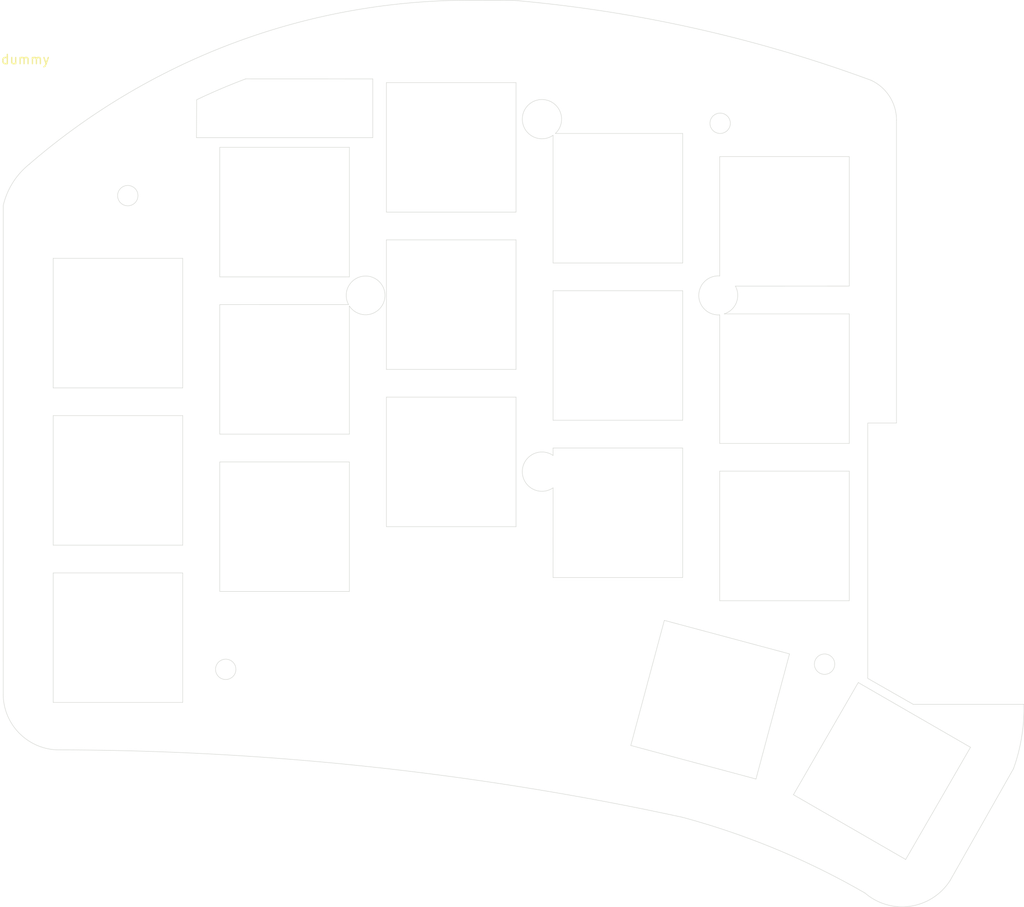
<source format=kicad_pcb>
(kicad_pcb (version 20171130) (host pcbnew 5.1.9)

  (general
    (thickness 1.6)
    (drawings 117)
    (tracks 0)
    (zones 0)
    (modules 1)
    (nets 1)
  )

  (page A4)
  (layers
    (0 F.Cu signal)
    (31 B.Cu signal)
    (32 B.Adhes user)
    (33 F.Adhes user)
    (34 B.Paste user)
    (35 F.Paste user)
    (36 B.SilkS user)
    (37 F.SilkS user)
    (38 B.Mask user)
    (39 F.Mask user)
    (40 Dwgs.User user)
    (41 Cmts.User user)
    (42 Eco1.User user)
    (43 Eco2.User user)
    (44 Edge.Cuts user)
    (45 Margin user)
    (46 B.CrtYd user)
    (47 F.CrtYd user)
    (48 B.Fab user)
    (49 F.Fab user)
  )

  (setup
    (last_trace_width 0.25)
    (trace_clearance 0.2)
    (zone_clearance 0.508)
    (zone_45_only no)
    (trace_min 0.2)
    (via_size 0.8)
    (via_drill 0.4)
    (via_min_size 0.4)
    (via_min_drill 0.3)
    (uvia_size 0.3)
    (uvia_drill 0.1)
    (uvias_allowed no)
    (uvia_min_size 0.2)
    (uvia_min_drill 0.1)
    (edge_width 0.05)
    (segment_width 0.2)
    (pcb_text_width 0.3)
    (pcb_text_size 1.5 1.5)
    (mod_edge_width 0.12)
    (mod_text_size 1 1)
    (mod_text_width 0.15)
    (pad_size 1.524 1.524)
    (pad_drill 0.762)
    (pad_to_mask_clearance 0.05)
    (aux_axis_origin 0 0)
    (visible_elements FFFDFF1F)
    (pcbplotparams
      (layerselection 0x01000_7ffffffe)
      (usegerberextensions false)
      (usegerberattributes true)
      (usegerberadvancedattributes true)
      (creategerberjobfile true)
      (excludeedgelayer true)
      (linewidth 0.100000)
      (plotframeref false)
      (viasonmask false)
      (mode 1)
      (useauxorigin false)
      (hpglpennumber 1)
      (hpglpenspeed 20)
      (hpglpendiameter 15.000000)
      (psnegative false)
      (psa4output false)
      (plotreference false)
      (plotvalue false)
      (plotinvisibletext false)
      (padsonsilk false)
      (subtractmaskfromsilk false)
      (outputformat 3)
      (mirror false)
      (drillshape 0)
      (scaleselection 1)
      (outputdirectory ""))
  )

  (net 0 "")

  (net_class Default "This is the default net class."
    (clearance 0.2)
    (trace_width 0.25)
    (via_dia 0.8)
    (via_drill 0.4)
    (uvia_dia 0.3)
    (uvia_drill 0.1)
  )

  (net_class Power ""
    (clearance 0.2)
    (trace_width 0.3)
    (via_dia 0.8)
    (via_drill 0.4)
    (uvia_dia 0.3)
    (uvia_drill 0.1)
  )

  (module dummy:dummy (layer F.Cu) (tedit 604AAE8F) (tstamp 604AAF83)
    (at 12 12)
    (fp_text reference dummy (at 0 0.5) (layer F.SilkS)
      (effects (font (size 1 1) (thickness 0.15)))
    )
    (fp_text value dummy (at 0 -0.5) (layer F.Fab)
      (effects (font (size 1 1) (thickness 0.15)))
    )
  )

  (gr_line (start 107.092178 98.972178) (end 94.967822 91.972178) (layer Edge.Cuts) (width 0.05) (tstamp 6049E028))
  (gr_line (start 114.092178 86.847822) (end 107.092178 98.972178) (layer Edge.Cuts) (width 0.05))
  (gr_line (start 101.967822 79.847822) (end 114.092178 86.847822) (layer Edge.Cuts) (width 0.05))
  (gr_line (start 94.967822 91.972178) (end 101.967822 79.847822) (layer Edge.Cuts) (width 0.05))
  (gr_line (start 90.919747 90.273214) (end 77.396786 86.649747) (layer Edge.Cuts) (width 0.05))
  (gr_line (start 94.543214 76.750253) (end 90.919747 90.273214) (layer Edge.Cuts) (width 0.05))
  (gr_line (start 81.020253 73.126786) (end 94.543214 76.750253) (layer Edge.Cuts) (width 0.05))
  (gr_line (start 77.396786 86.649747) (end 81.020253 73.126786) (layer Edge.Cuts) (width 0.05))
  (gr_line (start 87 71) (end 87 57) (layer Edge.Cuts) (width 0.05))
  (gr_line (start 101 71) (end 87 71) (layer Edge.Cuts) (width 0.05))
  (gr_line (start 101 57) (end 101 71) (layer Edge.Cuts) (width 0.05))
  (gr_line (start 87 57) (end 101 57) (layer Edge.Cuts) (width 0.05))
  (gr_line (start 69 51.5) (end 69 37.5) (layer Edge.Cuts) (width 0.05) (tstamp 6049DFF6))
  (gr_line (start 83 51.5) (end 69 51.5) (layer Edge.Cuts) (width 0.05))
  (gr_line (start 83 37.5) (end 83 51.5) (layer Edge.Cuts) (width 0.05))
  (gr_line (start 69 37.5) (end 83 37.5) (layer Edge.Cuts) (width 0.05))
  (gr_line (start 51 29) (end 51 15) (layer Edge.Cuts) (width 0.05))
  (gr_line (start 65 29) (end 51 29) (layer Edge.Cuts) (width 0.05))
  (gr_line (start 65 15) (end 65 29) (layer Edge.Cuts) (width 0.05))
  (gr_line (start 51 15) (end 65 15) (layer Edge.Cuts) (width 0.05))
  (gr_line (start 51 46) (end 51 32) (layer Edge.Cuts) (width 0.05))
  (gr_line (start 65 46) (end 51 46) (layer Edge.Cuts) (width 0.05))
  (gr_line (start 65 32) (end 65 46) (layer Edge.Cuts) (width 0.05))
  (gr_line (start 51 32) (end 65 32) (layer Edge.Cuts) (width 0.05))
  (gr_line (start 65 63) (end 51 63) (layer Edge.Cuts) (width 0.05))
  (gr_line (start 65 49) (end 65 63) (layer Edge.Cuts) (width 0.05))
  (gr_line (start 51 49) (end 65 49) (layer Edge.Cuts) (width 0.05))
  (gr_line (start 51 63) (end 51 49) (layer Edge.Cuts) (width 0.05))
  (gr_line (start 33 70) (end 33 56) (layer Edge.Cuts) (width 0.05))
  (gr_line (start 47 70) (end 33 70) (layer Edge.Cuts) (width 0.05))
  (gr_line (start 47 56) (end 47 70) (layer Edge.Cuts) (width 0.05))
  (gr_line (start 33 56) (end 47 56) (layer Edge.Cuts) (width 0.05))
  (gr_line (start 33 36) (end 33 22) (layer Edge.Cuts) (width 0.05) (tstamp 6049DF78))
  (gr_line (start 47 36) (end 33 36) (layer Edge.Cuts) (width 0.05))
  (gr_line (start 47 22) (end 47 36) (layer Edge.Cuts) (width 0.05))
  (gr_line (start 33 22) (end 47 22) (layer Edge.Cuts) (width 0.05))
  (gr_line (start 15 82) (end 15 68) (layer Edge.Cuts) (width 0.05) (tstamp 6049DF52))
  (gr_line (start 29 82) (end 15 82) (layer Edge.Cuts) (width 0.05))
  (gr_line (start 29 68) (end 29 82) (layer Edge.Cuts) (width 0.05))
  (gr_line (start 15 68) (end 29 68) (layer Edge.Cuts) (width 0.05))
  (gr_line (start 15 65) (end 15 51) (layer Edge.Cuts) (width 0.05))
  (gr_line (start 29 65) (end 15 65) (layer Edge.Cuts) (width 0.05))
  (gr_line (start 29 51) (end 29 65) (layer Edge.Cuts) (width 0.05))
  (gr_line (start 15 51) (end 29 51) (layer Edge.Cuts) (width 0.05))
  (gr_line (start 15 48) (end 15 34) (layer Edge.Cuts) (width 0.05))
  (gr_line (start 29 48) (end 15 48) (layer Edge.Cuts) (width 0.05))
  (gr_line (start 29 34) (end 29 48) (layer Edge.Cuts) (width 0.05))
  (gr_line (start 15 34) (end 29 34) (layer Edge.Cuts) (width 0.05))
  (gr_line (start 69 34.5) (end 69.000463 20.700674) (layer Edge.Cuts) (width 0.05) (tstamp 6048F9DB))
  (gr_line (start 83 34.5) (end 69 34.5) (layer Edge.Cuts) (width 0.05))
  (gr_line (start 83 20.5) (end 83 34.5) (layer Edge.Cuts) (width 0.05))
  (gr_line (start 69.249999 20.499999) (end 83 20.5) (layer Edge.Cuts) (width 0.05))
  (gr_arc (start 67.8 18.952437) (end 69.249999 20.499999) (angle -351.3404114) (layer Edge.Cuts) (width 0.05))
  (gr_line (start 87 23) (end 86.999999 35.900001) (layer Edge.Cuts) (width 0.05) (tstamp 6048F97D))
  (gr_line (start 101 23) (end 87 23) (layer Edge.Cuts) (width 0.05))
  (gr_line (start 101 37) (end 101 23) (layer Edge.Cuts) (width 0.05))
  (gr_line (start 88.696943 37.001657) (end 101 37) (layer Edge.Cuts) (width 0.05))
  (gr_line (start 101 40) (end 87.5 40) (layer Edge.Cuts) (width 0.05) (tstamp 6048F954))
  (gr_line (start 101 54) (end 101 40) (layer Edge.Cuts) (width 0.05))
  (gr_line (start 87 54) (end 101 54) (layer Edge.Cuts) (width 0.05))
  (gr_line (start 87.000348 40.104848) (end 87 54) (layer Edge.Cuts) (width 0.05))
  (gr_arc (start 86.85 38.002437) (end 87.5 40) (angle -100.4266901) (layer Edge.Cuts) (width 0.05))
  (gr_arc (start 86.85 38.002437) (end 86.999999 35.900001) (angle -188.1712445) (layer Edge.Cuts) (width 0.05))
  (gr_line (start 69 54.5) (end 68.999999 55.300001) (layer Edge.Cuts) (width 0.05) (tstamp 6048F943))
  (gr_line (start 83 54.5) (end 69 54.5) (layer Edge.Cuts) (width 0.05))
  (gr_line (start 83 68.5) (end 83 54.5) (layer Edge.Cuts) (width 0.05))
  (gr_line (start 69 68.5) (end 83 68.5) (layer Edge.Cuts) (width 0.05))
  (gr_line (start 69.002275 58.803312) (end 69 68.5) (layer Edge.Cuts) (width 0.05))
  (gr_arc (start 67.8 57.052437) (end 68.999999 55.300001) (angle -248.8780491) (layer Edge.Cuts) (width 0.05))
  (gr_line (start 47 53) (end 47.000001 39.149999) (layer Edge.Cuts) (width 0.05) (tstamp 6048F936))
  (gr_line (start 33 53) (end 47 53) (layer Edge.Cuts) (width 0.05))
  (gr_line (start 33 39) (end 33 53) (layer Edge.Cuts) (width 0.05))
  (gr_line (start 46.908024 38.995673) (end 33 39) (layer Edge.Cuts) (width 0.05))
  (gr_arc (start 48.75 38.002437) (end 47.000001 39.149999) (angle -355.0797073) (layer Edge.Cuts) (width 0.05))
  (gr_circle (center 87.049819 19.4) (end 88.149819 19.42) (layer Edge.Cuts) (width 0.05) (tstamp 6048F55F))
  (gr_circle (center 98.329819 77.86) (end 99.429819 77.88) (layer Edge.Cuts) (width 0.05) (tstamp 6048F55F))
  (gr_circle (center 33.639819 78.42) (end 34.739819 78.44) (layer Edge.Cuts) (width 0.05) (tstamp 6048F55F))
  (gr_circle (center 23.059819 27.22) (end 24.159819 27.24) (layer Edge.Cuts) (width 0.05))
  (gr_arc (start 60.008389 78.858139) (end 35.8 14.6) (angle -4.807870918) (layer Edge.Cuts) (width 0.05) (tstamp 6048EEE8))
  (gr_line (start 118.738448 89.155884) (end 111.890143 101.245816) (layer Edge.Cuts) (width 0.05) (tstamp 6048D7F3))
  (gr_arc (start 106.708 97.938735) (end 102.7 102.6) (angle -98.1305031) (layer Edge.Cuts) (width 0.05) (tstamp 6048D7AA))
  (gr_arc (start 61.59 173.76) (end 102.7 102.6) (angle -14.91754999) (layer Edge.Cuts) (width 0.05) (tstamp 6048D784))
  (gr_arc (start 15.650018 81.077212) (end 9.6 81.147211) (angle -91.0546288) (layer Edge.Cuts) (width 0.05) (tstamp 6048D73A))
  (gr_arc (start 101.35 19.059419) (end 106.1 19.059419) (angle -65.1) (layer Edge.Cuts) (width 0.05) (tstamp 6048D6DD))
  (gr_arc (start 15.089318 406.95507) (end 82.995848 94.415389) (angle -12.12538542) (layer Edge.Cuts) (width 0.05) (tstamp 6048D6BD))
  (gr_arc (start 17.48 30.13) (end 12.399191 23.838951) (angle -38.00054151) (layer Edge.Cuts) (width 0.05) (tstamp 6048D4DB))
  (gr_line (start 9.603094 28.300719) (end 9.6 81.147211) (layer Edge.Cuts) (width 0.05) (tstamp 6048D47B))
  (gr_arc (start 60.008389 78.858139) (end 60 6.1) (angle -40.86368173) (layer Edge.Cuts) (width 0.05) (tstamp 6048D445))
  (gr_line (start 64.699364 6.107346) (end 60 6.1) (layer Edge.Cuts) (width 0.05) (tstamp 6048D2B4))
  (gr_arc (start 100.5318 82.63446) (end 118.738448 89.155884) (angle -20.9939576) (layer Edge.Cuts) (width 0.05) (tstamp 6048C255))
  (gr_line (start 107.9 82.2) (end 119.866285 82.200094) (layer Edge.Cuts) (width 0.05))
  (gr_line (start 103 79.4) (end 107.9 82.2) (layer Edge.Cuts) (width 0.05))
  (gr_line (start 103 51.8) (end 103 79.4) (layer Edge.Cuts) (width 0.05))
  (gr_line (start 106.1 51.8) (end 103 51.8) (layer Edge.Cuts) (width 0.05))
  (gr_arc (start 51.873581 154.194988) (end 103.34992 14.75096) (angle -15.311832) (layer Edge.Cuts) (width 0.05) (tstamp 6048C0E6))
  (gr_line (start 106.1 51.8) (end 106.1 19.059419) (layer Edge.Cuts) (width 0.05))
  (gr_line (start 30.499402 16.855121) (end 30.48 20.955) (layer Edge.Cuts) (width 0.05) (tstamp 6048BFA7))
  (gr_line (start 49.53 14.605) (end 35.8 14.6) (layer Edge.Cuts) (width 0.05))
  (gr_line (start 49.53 20.955) (end 49.53 14.605) (layer Edge.Cuts) (width 0.05))
  (gr_line (start 30.48 20.955) (end 49.53 20.955) (layer Edge.Cuts) (width 0.05))
  (gr_arc (start 17.48 30.13) (end 15.035 26.885) (angle -35.4) (layer Cmts.User) (width 0.05) (tstamp 5F45BAB8))
  (gr_line (start 102.1 49.9) (end 102.1 19.059419) (layer Cmts.User) (width 0.05) (tstamp 5F45BAB7))
  (gr_arc (start 52.262442 153.652303) (end 101.665245 18.378889) (angle -15.3) (layer Cmts.User) (width 0.05) (tstamp 5F45BAB6))
  (gr_arc (start 101.35 19.059419) (end 102.1 19.059419) (angle -65.1) (layer Cmts.User) (width 0.05) (tstamp 5F45BAB5))
  (gr_line (start 64.208637 10.136374) (end 60.008389 10.128139) (layer Cmts.User) (width 0.05) (tstamp 5F45BAB3))
  (gr_arc (start 60.008389 78.858139) (end 60.008389 10.128139) (angle -40.9) (layer Cmts.User) (width 0.05) (tstamp 5F45BAB2))
  (gr_line (start 116.965001 52.600918) (end 116.960001 79.6) (layer Cmts.User) (width 0.05) (tstamp 5F359724))
  (gr_arc (start 15.157962 407.009453) (end 84.370665 90.557571) (angle -12.23959981) (layer Cmts.User) (width 0.05) (tstamp 5EDCBAB7))
  (gr_arc (start 100.191149 79.445969) (end 115.218305 86.900068) (angle -25.9) (layer Cmts.User) (width 0.05) (tstamp 5EDAA9C2))
  (gr_line (start 115.218305 86.900068) (end 108.37 98.99) (layer Cmts.User) (width 0.05) (tstamp 5EDAAAB5))
  (gr_arc (start 104.099999 49.830001) (end 102.1 49.9) (angle -89) (layer Cmts.User) (width 0.05) (tstamp 5EDAB87A))
  (gr_arc (start 61.59 173.76) (end 105.638 99.588735) (angle -15.4) (layer Cmts.User) (width 0.05) (tstamp 5EDABA84))
  (gr_arc (start 15.650018 81.077212) (end 13.650019 81.147211) (angle -89.7) (layer Cmts.User) (width 0.05) (tstamp 5EDAA8DE))
  (gr_arc (start 106.708 97.938735) (end 105.638 99.588735) (angle -90.6) (layer Cmts.User) (width 0.05) (tstamp 5EDAABA5))
  (gr_arc (start 116.215001 52.600918) (end 116.965001 52.600918) (angle -90) (layer Cmts.User) (width 0.05) (tstamp 5EDAB58F))
  (gr_line (start 104.135001 51.830918) (end 116.215001 51.850918) (layer Cmts.User) (width 0.05) (tstamp 5EDAB58C))
  (gr_line (start 13.608055 28.898702) (end 13.650019 81.147211) (layer Cmts.User) (width 0.05) (tstamp 5EDAB9D6))

)

</source>
